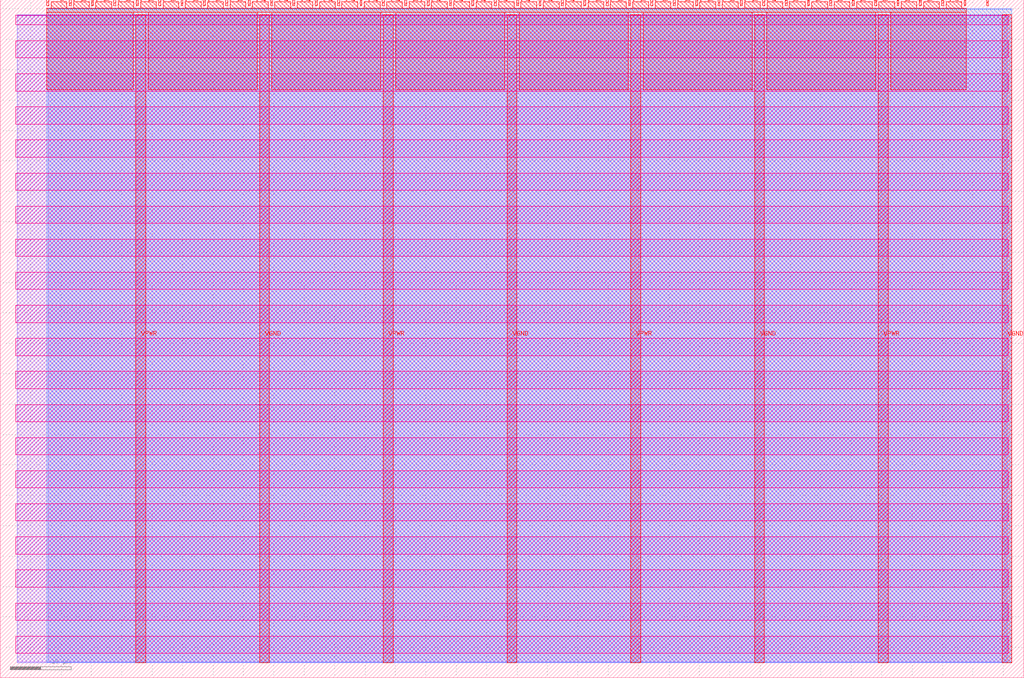
<source format=lef>
VERSION 5.7 ;
  NOWIREEXTENSIONATPIN ON ;
  DIVIDERCHAR "/" ;
  BUSBITCHARS "[]" ;
MACRO tt_um_pwm
  CLASS BLOCK ;
  FOREIGN tt_um_pwm ;
  ORIGIN 0.000 0.000 ;
  SIZE 168.360 BY 111.520 ;
  PIN VGND
    DIRECTION INOUT ;
    USE GROUND ;
    PORT
      LAYER met4 ;
        RECT 42.670 2.480 44.270 109.040 ;
    END
    PORT
      LAYER met4 ;
        RECT 83.380 2.480 84.980 109.040 ;
    END
    PORT
      LAYER met4 ;
        RECT 124.090 2.480 125.690 109.040 ;
    END
    PORT
      LAYER met4 ;
        RECT 164.800 2.480 166.400 109.040 ;
    END
  END VGND
  PIN VPWR
    DIRECTION INOUT ;
    USE POWER ;
    PORT
      LAYER met4 ;
        RECT 22.315 2.480 23.915 109.040 ;
    END
    PORT
      LAYER met4 ;
        RECT 63.025 2.480 64.625 109.040 ;
    END
    PORT
      LAYER met4 ;
        RECT 103.735 2.480 105.335 109.040 ;
    END
    PORT
      LAYER met4 ;
        RECT 144.445 2.480 146.045 109.040 ;
    END
  END VPWR
  PIN clk
    DIRECTION INPUT ;
    USE SIGNAL ;
    ANTENNAGATEAREA 0.852000 ;
    PORT
      LAYER met4 ;
        RECT 158.550 110.520 158.850 111.520 ;
    END
  END clk
  PIN ena
    DIRECTION INPUT ;
    USE SIGNAL ;
    PORT
      LAYER met4 ;
        RECT 162.230 110.520 162.530 111.520 ;
    END
  END ena
  PIN rst_n
    DIRECTION INPUT ;
    USE SIGNAL ;
    PORT
      LAYER met4 ;
        RECT 154.870 110.520 155.170 111.520 ;
    END
  END rst_n
  PIN ui_in[0]
    DIRECTION INPUT ;
    USE SIGNAL ;
    ANTENNAGATEAREA 0.196500 ;
    PORT
      LAYER met4 ;
        RECT 151.190 110.520 151.490 111.520 ;
    END
  END ui_in[0]
  PIN ui_in[1]
    DIRECTION INPUT ;
    USE SIGNAL ;
    ANTENNAGATEAREA 0.196500 ;
    PORT
      LAYER met4 ;
        RECT 147.510 110.520 147.810 111.520 ;
    END
  END ui_in[1]
  PIN ui_in[2]
    DIRECTION INPUT ;
    USE SIGNAL ;
    PORT
      LAYER met4 ;
        RECT 143.830 110.520 144.130 111.520 ;
    END
  END ui_in[2]
  PIN ui_in[3]
    DIRECTION INPUT ;
    USE SIGNAL ;
    PORT
      LAYER met4 ;
        RECT 140.150 110.520 140.450 111.520 ;
    END
  END ui_in[3]
  PIN ui_in[4]
    DIRECTION INPUT ;
    USE SIGNAL ;
    PORT
      LAYER met4 ;
        RECT 136.470 110.520 136.770 111.520 ;
    END
  END ui_in[4]
  PIN ui_in[5]
    DIRECTION INPUT ;
    USE SIGNAL ;
    PORT
      LAYER met4 ;
        RECT 132.790 110.520 133.090 111.520 ;
    END
  END ui_in[5]
  PIN ui_in[6]
    DIRECTION INPUT ;
    USE SIGNAL ;
    PORT
      LAYER met4 ;
        RECT 129.110 110.520 129.410 111.520 ;
    END
  END ui_in[6]
  PIN ui_in[7]
    DIRECTION INPUT ;
    USE SIGNAL ;
    PORT
      LAYER met4 ;
        RECT 125.430 110.520 125.730 111.520 ;
    END
  END ui_in[7]
  PIN uio_in[0]
    DIRECTION INPUT ;
    USE SIGNAL ;
    PORT
      LAYER met4 ;
        RECT 121.750 110.520 122.050 111.520 ;
    END
  END uio_in[0]
  PIN uio_in[1]
    DIRECTION INPUT ;
    USE SIGNAL ;
    PORT
      LAYER met4 ;
        RECT 118.070 110.520 118.370 111.520 ;
    END
  END uio_in[1]
  PIN uio_in[2]
    DIRECTION INPUT ;
    USE SIGNAL ;
    PORT
      LAYER met4 ;
        RECT 114.390 110.520 114.690 111.520 ;
    END
  END uio_in[2]
  PIN uio_in[3]
    DIRECTION INPUT ;
    USE SIGNAL ;
    PORT
      LAYER met4 ;
        RECT 110.710 110.520 111.010 111.520 ;
    END
  END uio_in[3]
  PIN uio_in[4]
    DIRECTION INPUT ;
    USE SIGNAL ;
    PORT
      LAYER met4 ;
        RECT 107.030 110.520 107.330 111.520 ;
    END
  END uio_in[4]
  PIN uio_in[5]
    DIRECTION INPUT ;
    USE SIGNAL ;
    PORT
      LAYER met4 ;
        RECT 103.350 110.520 103.650 111.520 ;
    END
  END uio_in[5]
  PIN uio_in[6]
    DIRECTION INPUT ;
    USE SIGNAL ;
    PORT
      LAYER met4 ;
        RECT 99.670 110.520 99.970 111.520 ;
    END
  END uio_in[6]
  PIN uio_in[7]
    DIRECTION INPUT ;
    USE SIGNAL ;
    PORT
      LAYER met4 ;
        RECT 95.990 110.520 96.290 111.520 ;
    END
  END uio_in[7]
  PIN uio_oe[0]
    DIRECTION OUTPUT TRISTATE ;
    USE SIGNAL ;
    PORT
      LAYER met4 ;
        RECT 33.430 110.520 33.730 111.520 ;
    END
  END uio_oe[0]
  PIN uio_oe[1]
    DIRECTION OUTPUT TRISTATE ;
    USE SIGNAL ;
    PORT
      LAYER met4 ;
        RECT 29.750 110.520 30.050 111.520 ;
    END
  END uio_oe[1]
  PIN uio_oe[2]
    DIRECTION OUTPUT TRISTATE ;
    USE SIGNAL ;
    PORT
      LAYER met4 ;
        RECT 26.070 110.520 26.370 111.520 ;
    END
  END uio_oe[2]
  PIN uio_oe[3]
    DIRECTION OUTPUT TRISTATE ;
    USE SIGNAL ;
    PORT
      LAYER met4 ;
        RECT 22.390 110.520 22.690 111.520 ;
    END
  END uio_oe[3]
  PIN uio_oe[4]
    DIRECTION OUTPUT TRISTATE ;
    USE SIGNAL ;
    PORT
      LAYER met4 ;
        RECT 18.710 110.520 19.010 111.520 ;
    END
  END uio_oe[4]
  PIN uio_oe[5]
    DIRECTION OUTPUT TRISTATE ;
    USE SIGNAL ;
    PORT
      LAYER met4 ;
        RECT 15.030 110.520 15.330 111.520 ;
    END
  END uio_oe[5]
  PIN uio_oe[6]
    DIRECTION OUTPUT TRISTATE ;
    USE SIGNAL ;
    PORT
      LAYER met4 ;
        RECT 11.350 110.520 11.650 111.520 ;
    END
  END uio_oe[6]
  PIN uio_oe[7]
    DIRECTION OUTPUT TRISTATE ;
    USE SIGNAL ;
    PORT
      LAYER met4 ;
        RECT 7.670 110.520 7.970 111.520 ;
    END
  END uio_oe[7]
  PIN uio_out[0]
    DIRECTION OUTPUT TRISTATE ;
    USE SIGNAL ;
    PORT
      LAYER met4 ;
        RECT 62.870 110.520 63.170 111.520 ;
    END
  END uio_out[0]
  PIN uio_out[1]
    DIRECTION OUTPUT TRISTATE ;
    USE SIGNAL ;
    PORT
      LAYER met4 ;
        RECT 59.190 110.520 59.490 111.520 ;
    END
  END uio_out[1]
  PIN uio_out[2]
    DIRECTION OUTPUT TRISTATE ;
    USE SIGNAL ;
    PORT
      LAYER met4 ;
        RECT 55.510 110.520 55.810 111.520 ;
    END
  END uio_out[2]
  PIN uio_out[3]
    DIRECTION OUTPUT TRISTATE ;
    USE SIGNAL ;
    PORT
      LAYER met4 ;
        RECT 51.830 110.520 52.130 111.520 ;
    END
  END uio_out[3]
  PIN uio_out[4]
    DIRECTION OUTPUT TRISTATE ;
    USE SIGNAL ;
    PORT
      LAYER met4 ;
        RECT 48.150 110.520 48.450 111.520 ;
    END
  END uio_out[4]
  PIN uio_out[5]
    DIRECTION OUTPUT TRISTATE ;
    USE SIGNAL ;
    PORT
      LAYER met4 ;
        RECT 44.470 110.520 44.770 111.520 ;
    END
  END uio_out[5]
  PIN uio_out[6]
    DIRECTION OUTPUT TRISTATE ;
    USE SIGNAL ;
    PORT
      LAYER met4 ;
        RECT 40.790 110.520 41.090 111.520 ;
    END
  END uio_out[6]
  PIN uio_out[7]
    DIRECTION OUTPUT TRISTATE ;
    USE SIGNAL ;
    PORT
      LAYER met4 ;
        RECT 37.110 110.520 37.410 111.520 ;
    END
  END uio_out[7]
  PIN uo_out[0]
    DIRECTION OUTPUT TRISTATE ;
    USE SIGNAL ;
    ANTENNADIFFAREA 1.484000 ;
    PORT
      LAYER met4 ;
        RECT 92.310 110.520 92.610 111.520 ;
    END
  END uo_out[0]
  PIN uo_out[1]
    DIRECTION OUTPUT TRISTATE ;
    USE SIGNAL ;
    PORT
      LAYER met4 ;
        RECT 88.630 110.520 88.930 111.520 ;
    END
  END uo_out[1]
  PIN uo_out[2]
    DIRECTION OUTPUT TRISTATE ;
    USE SIGNAL ;
    PORT
      LAYER met4 ;
        RECT 84.950 110.520 85.250 111.520 ;
    END
  END uo_out[2]
  PIN uo_out[3]
    DIRECTION OUTPUT TRISTATE ;
    USE SIGNAL ;
    PORT
      LAYER met4 ;
        RECT 81.270 110.520 81.570 111.520 ;
    END
  END uo_out[3]
  PIN uo_out[4]
    DIRECTION OUTPUT TRISTATE ;
    USE SIGNAL ;
    PORT
      LAYER met4 ;
        RECT 77.590 110.520 77.890 111.520 ;
    END
  END uo_out[4]
  PIN uo_out[5]
    DIRECTION OUTPUT TRISTATE ;
    USE SIGNAL ;
    PORT
      LAYER met4 ;
        RECT 73.910 110.520 74.210 111.520 ;
    END
  END uo_out[5]
  PIN uo_out[6]
    DIRECTION OUTPUT TRISTATE ;
    USE SIGNAL ;
    PORT
      LAYER met4 ;
        RECT 70.230 110.520 70.530 111.520 ;
    END
  END uo_out[6]
  PIN uo_out[7]
    DIRECTION OUTPUT TRISTATE ;
    USE SIGNAL ;
    PORT
      LAYER met4 ;
        RECT 66.550 110.520 66.850 111.520 ;
    END
  END uo_out[7]
  OBS
      LAYER nwell ;
        RECT 2.570 107.385 165.790 108.990 ;
        RECT 2.570 101.945 165.790 104.775 ;
        RECT 2.570 96.505 165.790 99.335 ;
        RECT 2.570 91.065 165.790 93.895 ;
        RECT 2.570 85.625 165.790 88.455 ;
        RECT 2.570 80.185 165.790 83.015 ;
        RECT 2.570 74.745 165.790 77.575 ;
        RECT 2.570 69.305 165.790 72.135 ;
        RECT 2.570 63.865 165.790 66.695 ;
        RECT 2.570 58.425 165.790 61.255 ;
        RECT 2.570 52.985 165.790 55.815 ;
        RECT 2.570 47.545 165.790 50.375 ;
        RECT 2.570 42.105 165.790 44.935 ;
        RECT 2.570 36.665 165.790 39.495 ;
        RECT 2.570 31.225 165.790 34.055 ;
        RECT 2.570 25.785 165.790 28.615 ;
        RECT 2.570 20.345 165.790 23.175 ;
        RECT 2.570 14.905 165.790 17.735 ;
        RECT 2.570 9.465 165.790 12.295 ;
        RECT 2.570 4.025 165.790 6.855 ;
      LAYER li1 ;
        RECT 2.760 2.635 165.600 108.885 ;
      LAYER met1 ;
        RECT 2.760 2.480 166.400 109.040 ;
      LAYER met2 ;
        RECT 7.910 2.535 166.370 110.005 ;
      LAYER met3 ;
        RECT 7.630 2.555 166.390 109.985 ;
      LAYER met4 ;
        RECT 8.370 110.120 10.950 111.170 ;
        RECT 12.050 110.120 14.630 111.170 ;
        RECT 15.730 110.120 18.310 111.170 ;
        RECT 19.410 110.120 21.990 111.170 ;
        RECT 23.090 110.120 25.670 111.170 ;
        RECT 26.770 110.120 29.350 111.170 ;
        RECT 30.450 110.120 33.030 111.170 ;
        RECT 34.130 110.120 36.710 111.170 ;
        RECT 37.810 110.120 40.390 111.170 ;
        RECT 41.490 110.120 44.070 111.170 ;
        RECT 45.170 110.120 47.750 111.170 ;
        RECT 48.850 110.120 51.430 111.170 ;
        RECT 52.530 110.120 55.110 111.170 ;
        RECT 56.210 110.120 58.790 111.170 ;
        RECT 59.890 110.120 62.470 111.170 ;
        RECT 63.570 110.120 66.150 111.170 ;
        RECT 67.250 110.120 69.830 111.170 ;
        RECT 70.930 110.120 73.510 111.170 ;
        RECT 74.610 110.120 77.190 111.170 ;
        RECT 78.290 110.120 80.870 111.170 ;
        RECT 81.970 110.120 84.550 111.170 ;
        RECT 85.650 110.120 88.230 111.170 ;
        RECT 89.330 110.120 91.910 111.170 ;
        RECT 93.010 110.120 95.590 111.170 ;
        RECT 96.690 110.120 99.270 111.170 ;
        RECT 100.370 110.120 102.950 111.170 ;
        RECT 104.050 110.120 106.630 111.170 ;
        RECT 107.730 110.120 110.310 111.170 ;
        RECT 111.410 110.120 113.990 111.170 ;
        RECT 115.090 110.120 117.670 111.170 ;
        RECT 118.770 110.120 121.350 111.170 ;
        RECT 122.450 110.120 125.030 111.170 ;
        RECT 126.130 110.120 128.710 111.170 ;
        RECT 129.810 110.120 132.390 111.170 ;
        RECT 133.490 110.120 136.070 111.170 ;
        RECT 137.170 110.120 139.750 111.170 ;
        RECT 140.850 110.120 143.430 111.170 ;
        RECT 144.530 110.120 147.110 111.170 ;
        RECT 148.210 110.120 150.790 111.170 ;
        RECT 151.890 110.120 154.470 111.170 ;
        RECT 155.570 110.120 158.150 111.170 ;
        RECT 7.655 109.440 158.865 110.120 ;
        RECT 7.655 96.735 21.915 109.440 ;
        RECT 24.315 96.735 42.270 109.440 ;
        RECT 44.670 96.735 62.625 109.440 ;
        RECT 65.025 96.735 82.980 109.440 ;
        RECT 85.380 96.735 103.335 109.440 ;
        RECT 105.735 96.735 123.690 109.440 ;
        RECT 126.090 96.735 144.045 109.440 ;
        RECT 146.445 96.735 158.865 109.440 ;
  END
END tt_um_pwm
END LIBRARY


</source>
